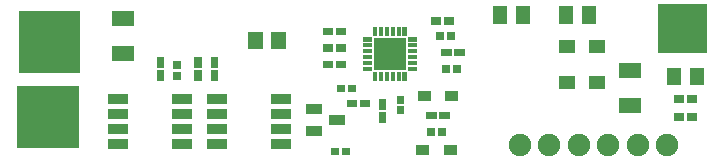
<source format=gts>
G04 Layer: TopSolderMaskLayer*
G04 EasyEDA v6.5.1, 2022-03-31 19:18:02*
G04 fb237d5051ec4c31b6b5e7a524a6c443,10*
G04 Gerber Generator version 0.2*
G04 Scale: 100 percent, Rotated: No, Reflected: No *
G04 Dimensions in millimeters *
G04 leading zeros omitted , absolute positions ,4 integer and 5 decimal *
%FSLAX45Y45*%
%MOMM*%

%ADD53C,1.9016*%

%LPD*%
G36*
X3707129Y-1325371D02*
G01*
X3707129Y-1240028D01*
X3817111Y-1240028D01*
X3817111Y-1325371D01*
G37*
G36*
X3472688Y-1325371D02*
G01*
X3472688Y-1240028D01*
X3582670Y-1240028D01*
X3582670Y-1325371D01*
G37*
G36*
X3719829Y-868171D02*
G01*
X3719829Y-782828D01*
X3829811Y-782828D01*
X3829811Y-868171D01*
G37*
G36*
X3485388Y-868171D02*
G01*
X3485388Y-782828D01*
X3595370Y-782828D01*
X3595370Y-868171D01*
G37*
G36*
X4684775Y-458978D02*
G01*
X4684775Y-348742D01*
X4814824Y-348742D01*
X4814824Y-458978D01*
G37*
G36*
X4684775Y-768857D02*
G01*
X4684775Y-658621D01*
X4814824Y-658621D01*
X4814824Y-768857D01*
G37*
G36*
X4938775Y-458978D02*
G01*
X4938775Y-348742D01*
X5068824Y-348742D01*
X5068824Y-458978D01*
G37*
G36*
X4938775Y-768857D02*
G01*
X4938775Y-658621D01*
X5068824Y-658621D01*
X5068824Y-768857D01*
G37*
G36*
X861568Y-896112D02*
G01*
X861568Y-805687D01*
X1034542Y-805687D01*
X1034542Y-896112D01*
G37*
G36*
X861568Y-1023112D02*
G01*
X861568Y-932687D01*
X1034542Y-932687D01*
X1034542Y-1023112D01*
G37*
G36*
X861568Y-1150112D02*
G01*
X861568Y-1059687D01*
X1034542Y-1059687D01*
X1034542Y-1150112D01*
G37*
G36*
X861568Y-1277112D02*
G01*
X861568Y-1186687D01*
X1034542Y-1186687D01*
X1034542Y-1277112D01*
G37*
G36*
X1404112Y-1277112D02*
G01*
X1404112Y-1186687D01*
X1576831Y-1186687D01*
X1576831Y-1277112D01*
G37*
G36*
X1404112Y-1150112D02*
G01*
X1404112Y-1059687D01*
X1576831Y-1059687D01*
X1576831Y-1150112D01*
G37*
G36*
X1404112Y-1023112D02*
G01*
X1404112Y-932687D01*
X1576831Y-932687D01*
X1576831Y-1023112D01*
G37*
G36*
X1404112Y-896112D02*
G01*
X1404112Y-805687D01*
X1576831Y-805687D01*
X1576831Y-896112D01*
G37*
G36*
X2242311Y-1277112D02*
G01*
X2242311Y-1186687D01*
X2415031Y-1186687D01*
X2415031Y-1277112D01*
G37*
G36*
X2242311Y-1150112D02*
G01*
X2242311Y-1059687D01*
X2415031Y-1059687D01*
X2415031Y-1150112D01*
G37*
G36*
X2242311Y-1023112D02*
G01*
X2242311Y-932687D01*
X2415031Y-932687D01*
X2415031Y-1023112D01*
G37*
G36*
X2242311Y-896112D02*
G01*
X2242311Y-805687D01*
X2415031Y-805687D01*
X2415031Y-896112D01*
G37*
G36*
X1699768Y-896112D02*
G01*
X1699768Y-805687D01*
X1872742Y-805687D01*
X1872742Y-896112D01*
G37*
G36*
X1699768Y-1023112D02*
G01*
X1699768Y-932687D01*
X1872742Y-932687D01*
X1872742Y-1023112D01*
G37*
G36*
X1699768Y-1150112D02*
G01*
X1699768Y-1059687D01*
X1872742Y-1059687D01*
X1872742Y-1150112D01*
G37*
G36*
X1699768Y-1277112D02*
G01*
X1699768Y-1186687D01*
X1872742Y-1186687D01*
X1872742Y-1277112D01*
G37*
G36*
X2537459Y-973836D02*
G01*
X2537459Y-893571D01*
X2672588Y-893571D01*
X2672588Y-973836D01*
G37*
G36*
X2537459Y-1163828D02*
G01*
X2537459Y-1083563D01*
X2672588Y-1083563D01*
X2672588Y-1163828D01*
G37*
G36*
X2737611Y-1068831D02*
G01*
X2737611Y-988568D01*
X2872740Y-988568D01*
X2872740Y-1068831D01*
G37*
G36*
X900429Y-530860D02*
G01*
X900429Y-399795D01*
X1080770Y-399795D01*
X1080770Y-530860D01*
G37*
G36*
X900429Y-235204D02*
G01*
X900429Y-104139D01*
X1080770Y-104139D01*
X1080770Y-235204D01*
G37*
G36*
X5787897Y-734313D02*
G01*
X5787897Y-586486D01*
X5911341Y-586486D01*
X5911341Y-734313D01*
G37*
G36*
X5594858Y-734313D02*
G01*
X5594858Y-586486D01*
X5718302Y-586486D01*
X5718302Y-734313D01*
G37*
G36*
X2051558Y-429513D02*
G01*
X2051558Y-281686D01*
X2175002Y-281686D01*
X2175002Y-429513D01*
G37*
G36*
X2244597Y-429513D02*
G01*
X2244597Y-281686D01*
X2368041Y-281686D01*
X2368041Y-429513D01*
G37*
G36*
X3107181Y-699007D02*
G01*
X3107181Y-622300D01*
X3145281Y-622300D01*
X3145281Y-699007D01*
G37*
G36*
X3157220Y-699007D02*
G01*
X3157220Y-622300D01*
X3195320Y-622300D01*
X3195320Y-699007D01*
G37*
G36*
X3207258Y-699007D02*
G01*
X3207258Y-622300D01*
X3245104Y-622300D01*
X3245104Y-699007D01*
G37*
G36*
X3257295Y-699007D02*
G01*
X3257295Y-622300D01*
X3295141Y-622300D01*
X3295141Y-699007D01*
G37*
G36*
X3307079Y-699007D02*
G01*
X3307079Y-622300D01*
X3345179Y-622300D01*
X3345179Y-699007D01*
G37*
G36*
X3357118Y-699007D02*
G01*
X3357118Y-622300D01*
X3395218Y-622300D01*
X3395218Y-699007D01*
G37*
G36*
X3403600Y-613918D02*
G01*
X3403600Y-575818D01*
X3480308Y-575818D01*
X3480308Y-613918D01*
G37*
G36*
X3403600Y-563879D02*
G01*
X3403600Y-525779D01*
X3480308Y-525779D01*
X3480308Y-563879D01*
G37*
G36*
X3403600Y-513842D02*
G01*
X3403600Y-475995D01*
X3480308Y-475995D01*
X3480308Y-513842D01*
G37*
G36*
X3403600Y-463804D02*
G01*
X3403600Y-425957D01*
X3480308Y-425957D01*
X3480308Y-463804D01*
G37*
G36*
X3403600Y-414020D02*
G01*
X3403600Y-375920D01*
X3480308Y-375920D01*
X3480308Y-414020D01*
G37*
G36*
X3403600Y-363981D02*
G01*
X3403600Y-325881D01*
X3480308Y-325881D01*
X3480308Y-363981D01*
G37*
G36*
X3357118Y-317500D02*
G01*
X3357118Y-240792D01*
X3395218Y-240792D01*
X3395218Y-317500D01*
G37*
G36*
X3307079Y-317500D02*
G01*
X3307079Y-240792D01*
X3345179Y-240792D01*
X3345179Y-317500D01*
G37*
G36*
X3257295Y-317500D02*
G01*
X3257295Y-240792D01*
X3295141Y-240792D01*
X3295141Y-317500D01*
G37*
G36*
X3207258Y-317500D02*
G01*
X3207258Y-240792D01*
X3245104Y-240792D01*
X3245104Y-317500D01*
G37*
G36*
X3157220Y-317500D02*
G01*
X3157220Y-240792D01*
X3195320Y-240792D01*
X3195320Y-317500D01*
G37*
G36*
X3107181Y-317500D02*
G01*
X3107181Y-240792D01*
X3145281Y-240792D01*
X3145281Y-317500D01*
G37*
G36*
X3022091Y-363981D02*
G01*
X3022091Y-325881D01*
X3098800Y-325881D01*
X3098800Y-363981D01*
G37*
G36*
X3022091Y-414020D02*
G01*
X3022091Y-375920D01*
X3098800Y-375920D01*
X3098800Y-414020D01*
G37*
G36*
X3022091Y-463804D02*
G01*
X3022091Y-425957D01*
X3098800Y-425957D01*
X3098800Y-463804D01*
G37*
G36*
X3022091Y-513842D02*
G01*
X3022091Y-475995D01*
X3098800Y-475995D01*
X3098800Y-513842D01*
G37*
G36*
X3022091Y-563879D02*
G01*
X3022091Y-525779D01*
X3098800Y-525779D01*
X3098800Y-563879D01*
G37*
G36*
X3022091Y-613918D02*
G01*
X3022091Y-575818D01*
X3098800Y-575818D01*
X3098800Y-613918D01*
G37*
G36*
X3118611Y-602487D02*
G01*
X3118611Y-337312D01*
X3383788Y-337312D01*
X3383788Y-602487D01*
G37*
G36*
X5517641Y-464057D02*
G01*
X5517641Y-43942D01*
X5937758Y-43942D01*
X5937758Y-464057D01*
G37*
G36*
X3155695Y-1051560D02*
G01*
X3155695Y-962405D01*
X3219704Y-962405D01*
X3219704Y-1051560D01*
G37*
G36*
X3155695Y-942594D02*
G01*
X3155695Y-853439D01*
X3219704Y-853439D01*
X3219704Y-942594D01*
G37*
G36*
X3596640Y-222504D02*
G01*
X3596640Y-158495D01*
X3685793Y-158495D01*
X3685793Y-222504D01*
G37*
G36*
X3705606Y-222504D02*
G01*
X3705606Y-158495D01*
X3794759Y-158495D01*
X3794759Y-222504D01*
G37*
G36*
X2791206Y-311404D02*
G01*
X2791206Y-247395D01*
X2880359Y-247395D01*
X2880359Y-311404D01*
G37*
G36*
X2682240Y-311404D02*
G01*
X2682240Y-247395D01*
X2771393Y-247395D01*
X2771393Y-311404D01*
G37*
G36*
X2791206Y-451104D02*
G01*
X2791206Y-387095D01*
X2880359Y-387095D01*
X2880359Y-451104D01*
G37*
G36*
X2682240Y-451104D02*
G01*
X2682240Y-387095D01*
X2771393Y-387095D01*
X2771393Y-451104D01*
G37*
G36*
X2791206Y-590804D02*
G01*
X2791206Y-526795D01*
X2880359Y-526795D01*
X2880359Y-590804D01*
G37*
G36*
X2682240Y-590804D02*
G01*
X2682240Y-526795D01*
X2771393Y-526795D01*
X2771393Y-590804D01*
G37*
G36*
X1276095Y-586994D02*
G01*
X1276095Y-497839D01*
X1340104Y-497839D01*
X1340104Y-586994D01*
G37*
G36*
X1276095Y-695960D02*
G01*
X1276095Y-606805D01*
X1340104Y-606805D01*
X1340104Y-695960D01*
G37*
G36*
X1593595Y-586994D02*
G01*
X1593595Y-497839D01*
X1657604Y-497839D01*
X1657604Y-586994D01*
G37*
G36*
X1593595Y-695960D02*
G01*
X1593595Y-606805D01*
X1657604Y-606805D01*
X1657604Y-695960D01*
G37*
G36*
X1733295Y-695960D02*
G01*
X1733295Y-606805D01*
X1797304Y-606805D01*
X1797304Y-695960D01*
G37*
G36*
X1733295Y-586994D02*
G01*
X1733295Y-497839D01*
X1797304Y-497839D01*
X1797304Y-586994D01*
G37*
G36*
X5763006Y-1035304D02*
G01*
X5763006Y-971295D01*
X5852159Y-971295D01*
X5852159Y-1035304D01*
G37*
G36*
X5654040Y-1035304D02*
G01*
X5654040Y-971295D01*
X5743193Y-971295D01*
X5743193Y-1035304D01*
G37*
G36*
X5654040Y-882904D02*
G01*
X5654040Y-818895D01*
X5743193Y-818895D01*
X5743193Y-882904D01*
G37*
G36*
X5763006Y-882904D02*
G01*
X5763006Y-818895D01*
X5852159Y-818895D01*
X5852159Y-882904D01*
G37*
G36*
X3667506Y-1022604D02*
G01*
X3667506Y-958595D01*
X3756659Y-958595D01*
X3756659Y-1022604D01*
G37*
G36*
X3558540Y-1022604D02*
G01*
X3558540Y-958595D01*
X3647693Y-958595D01*
X3647693Y-1022604D01*
G37*
G36*
X3644391Y-349504D02*
G01*
X3644391Y-285495D01*
X3711193Y-285495D01*
X3711193Y-349504D01*
G37*
G36*
X3731006Y-349504D02*
G01*
X3731006Y-285495D01*
X3797808Y-285495D01*
X3797808Y-349504D01*
G37*
G36*
X5193029Y-675131D02*
G01*
X5193029Y-544068D01*
X5373370Y-544068D01*
X5373370Y-675131D01*
G37*
G36*
X5193029Y-970787D02*
G01*
X5193029Y-839978D01*
X5373370Y-839978D01*
X5373370Y-970787D01*
G37*
G36*
X3695191Y-628904D02*
G01*
X3695191Y-564895D01*
X3761993Y-564895D01*
X3761993Y-628904D01*
G37*
G36*
X3781806Y-628904D02*
G01*
X3781806Y-564895D01*
X3848608Y-564895D01*
X3848608Y-628904D01*
G37*
G36*
X1415795Y-686307D02*
G01*
X1415795Y-619505D01*
X1479804Y-619505D01*
X1479804Y-686307D01*
G37*
G36*
X1415795Y-599694D02*
G01*
X1415795Y-532892D01*
X1479804Y-532892D01*
X1479804Y-599694D01*
G37*
G36*
X3308095Y-978407D02*
G01*
X3308095Y-911605D01*
X3372104Y-911605D01*
X3372104Y-978407D01*
G37*
G36*
X3308095Y-891794D02*
G01*
X3308095Y-824992D01*
X3372104Y-824992D01*
X3372104Y-891794D01*
G37*
G36*
X2755391Y-1327404D02*
G01*
X2755391Y-1263395D01*
X2822193Y-1263395D01*
X2822193Y-1327404D01*
G37*
G36*
X2842006Y-1327404D02*
G01*
X2842006Y-1263395D01*
X2908808Y-1263395D01*
X2908808Y-1327404D01*
G37*
G36*
X3654806Y-1162304D02*
G01*
X3654806Y-1098295D01*
X3721608Y-1098295D01*
X3721608Y-1162304D01*
G37*
G36*
X3568191Y-1162304D02*
G01*
X3568191Y-1098295D01*
X3634993Y-1098295D01*
X3634993Y-1162304D01*
G37*
G36*
X2892806Y-794004D02*
G01*
X2892806Y-729995D01*
X2959608Y-729995D01*
X2959608Y-794004D01*
G37*
G36*
X2806191Y-794004D02*
G01*
X2806191Y-729995D01*
X2872993Y-729995D01*
X2872993Y-794004D01*
G37*
G36*
X2885440Y-921004D02*
G01*
X2885440Y-856995D01*
X2974593Y-856995D01*
X2974593Y-921004D01*
G37*
G36*
X2994406Y-921004D02*
G01*
X2994406Y-856995D01*
X3083559Y-856995D01*
X3083559Y-921004D01*
G37*
G36*
X3794506Y-489204D02*
G01*
X3794506Y-425195D01*
X3883659Y-425195D01*
X3883659Y-489204D01*
G37*
G36*
X3685540Y-489204D02*
G01*
X3685540Y-425195D01*
X3774693Y-425195D01*
X3774693Y-489204D01*
G37*
G36*
X4314697Y-213613D02*
G01*
X4314697Y-65786D01*
X4438141Y-65786D01*
X4438141Y-213613D01*
G37*
G36*
X4121658Y-213613D02*
G01*
X4121658Y-65786D01*
X4245102Y-65786D01*
X4245102Y-213613D01*
G37*
G36*
X4680458Y-213613D02*
G01*
X4680458Y-65786D01*
X4803902Y-65786D01*
X4803902Y-213613D01*
G37*
G36*
X4873497Y-213613D02*
G01*
X4873497Y-65786D01*
X4996941Y-65786D01*
X4996941Y-213613D01*
G37*
G36*
X108204Y-628395D02*
G01*
X108204Y-108204D01*
X628395Y-108204D01*
X628395Y-628395D01*
G37*
G36*
X95504Y-1263395D02*
G01*
X95504Y-743204D01*
X615695Y-743204D01*
X615695Y-1263395D01*
G37*
D53*
G01*
X5600700Y-1239799D03*
G01*
X5350687Y-1239799D03*
G01*
X5100700Y-1239799D03*
G01*
X4850688Y-1239799D03*
G01*
X4600702Y-1239799D03*
G01*
X4350689Y-1239799D03*
M02*

</source>
